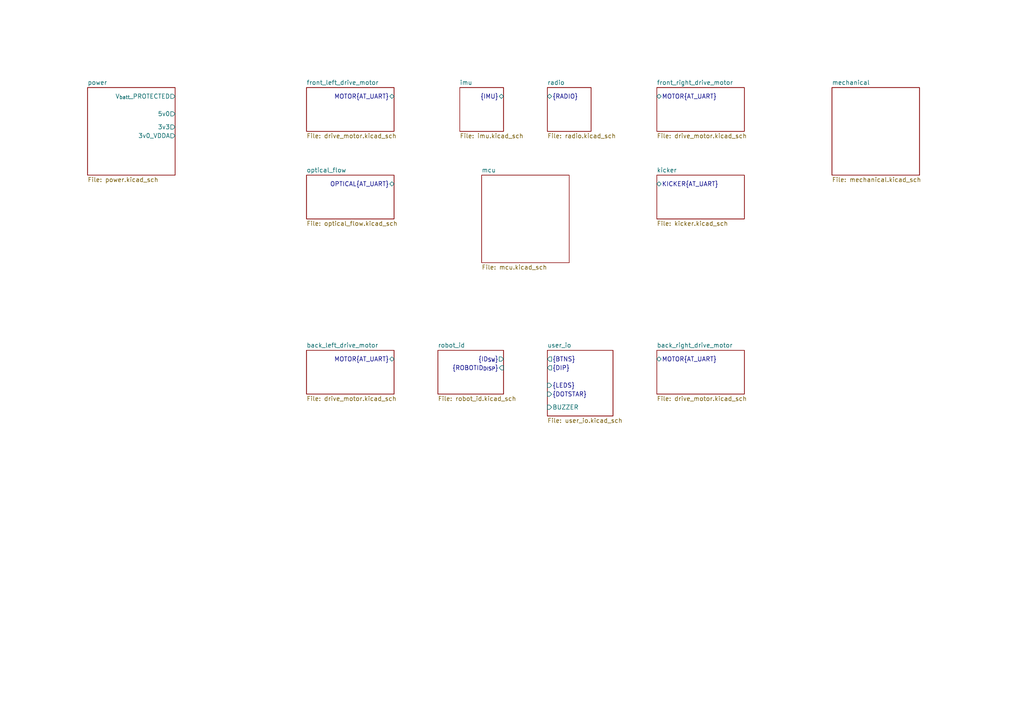
<source format=kicad_sch>
(kicad_sch
	(version 20231120)
	(generator "eeschema")
	(generator_version "8.0")
	(uuid "847d0bbe-37dc-4895-9fde-3757dcb8f4e8")
	(paper "A4")
	(title_block
		(title "Control")
		(date "2024-12-21")
		(rev "v3.0")
		(company "SSL A-Team")
		(comment 1 "Author: Will Stuckey")
	)
	(lib_symbols)
	(bus_alias "AT_UART"
		(members "TX" "RX" "CTS" "RTS" "BOOT0" "RST")
	)
	(bus_alias "DOTSTAR"
		(members "MOSI" "SCK")
	)
	(bus_alias "IMU"
		(members "~{SS}1" "~{SS}2" "~{SS}3" "MOSI" "MISO" "SCK" "INT1" "INT2" "~{DET}"
			"~{SS}0"
		)
	)
	(bus_alias "LEDS"
		(members "1" "2" "3" "4")
	)
	(bus_alias "RADIO"
		(members "~{RST}" "BOOT0" "TX" "RX" "CTS" "RTS" "~{DET}")
	)
	(sheet
		(at 190.5 101.6)
		(size 25.4 12.7)
		(fields_autoplaced yes)
		(stroke
			(width 0.1524)
			(type solid)
		)
		(fill
			(color 0 0 0 0.0000)
		)
		(uuid "094ebf11-4c7f-418e-bec0-1d3bfbd66b5f")
		(property "Sheetname" "back_right_drive_motor"
			(at 190.5 100.8884 0)
			(effects
				(font
					(size 1.27 1.27)
				)
				(justify left bottom)
			)
		)
		(property "Sheetfile" "drive_motor.kicad_sch"
			(at 190.5 114.8846 0)
			(effects
				(font
					(size 1.27 1.27)
				)
				(justify left top)
			)
		)
		(pin "MOTOR{AT_UART}" bidirectional
			(at 190.5 104.14 180)
			(effects
				(font
					(size 1.27 1.27)
				)
				(justify left)
			)
			(uuid "002721c6-4e44-49f5-b238-9ae8d3ca7c2a")
		)
		(instances
			(project "control"
				(path "/847d0bbe-37dc-4895-9fde-3757dcb8f4e8"
					(page "6")
				)
			)
		)
	)
	(sheet
		(at 190.5 25.4)
		(size 25.4 12.7)
		(fields_autoplaced yes)
		(stroke
			(width 0.1524)
			(type solid)
		)
		(fill
			(color 0 0 0 0.0000)
		)
		(uuid "215bdbb2-f8f5-4b00-bef9-057f1c66091d")
		(property "Sheetname" "front_right_drive_motor"
			(at 190.5 24.6884 0)
			(effects
				(font
					(size 1.27 1.27)
				)
				(justify left bottom)
			)
		)
		(property "Sheetfile" "drive_motor.kicad_sch"
			(at 190.5 38.6846 0)
			(effects
				(font
					(size 1.27 1.27)
				)
				(justify left top)
			)
		)
		(pin "MOTOR{AT_UART}" bidirectional
			(at 190.5 27.94 180)
			(effects
				(font
					(size 1.27 1.27)
				)
				(justify left)
			)
			(uuid "9f9c549d-883f-47e3-a129-9cf1b99ebb84")
		)
		(instances
			(project "control"
				(path "/847d0bbe-37dc-4895-9fde-3757dcb8f4e8"
					(page "3")
				)
			)
		)
	)
	(sheet
		(at 25.4 25.4)
		(size 25.4 25.4)
		(fields_autoplaced yes)
		(stroke
			(width 0.1524)
			(type solid)
		)
		(fill
			(color 0 0 0 0.0000)
		)
		(uuid "47185b2f-effb-4e6a-b4d6-0a2d0dfcdbc6")
		(property "Sheetname" "power"
			(at 25.4 24.6884 0)
			(effects
				(font
					(size 1.27 1.27)
				)
				(justify left bottom)
			)
		)
		(property "Sheetfile" "power.kicad_sch"
			(at 25.4 51.3846 0)
			(effects
				(font
					(size 1.27 1.27)
				)
				(justify left top)
			)
		)
		(pin "3v0_VDDA" output
			(at 50.8 39.37 0)
			(effects
				(font
					(size 1.27 1.27)
				)
				(justify right)
			)
			(uuid "c6c7491a-87ef-4d1d-9a2b-11da7eb5f99a")
		)
		(pin "3v3" output
			(at 50.8 36.83 0)
			(effects
				(font
					(size 1.27 1.27)
				)
				(justify right)
			)
			(uuid "1a911c77-f8f0-4a9a-9054-54dbb439930e")
		)
		(pin "5v0" output
			(at 50.8 33.02 0)
			(effects
				(font
					(size 1.27 1.27)
				)
				(justify right)
			)
			(uuid "f5036bdd-1b8e-449d-b7aa-dbbe98c2c6a1")
		)
		(pin "V_{batt}_PROTECTED" output
			(at 50.8 27.94 0)
			(effects
				(font
					(size 1.27 1.27)
				)
				(justify right)
			)
			(uuid "ba30e339-fc85-4665-9db9-e6d9573a0735")
		)
		(instances
			(project "control"
				(path "/847d0bbe-37dc-4895-9fde-3757dcb8f4e8"
					(page "11")
				)
			)
		)
	)
	(sheet
		(at 88.9 101.6)
		(size 25.4 12.7)
		(fields_autoplaced yes)
		(stroke
			(width 0.1524)
			(type solid)
		)
		(fill
			(color 0 0 0 0.0000)
		)
		(uuid "4e63cda1-7855-4b2b-bca0-d9e4c3dc9e26")
		(property "Sheetname" "back_left_drive_motor"
			(at 88.9 100.8884 0)
			(effects
				(font
					(size 1.27 1.27)
				)
				(justify left bottom)
			)
		)
		(property "Sheetfile" "drive_motor.kicad_sch"
			(at 88.9 114.8846 0)
			(effects
				(font
					(size 1.27 1.27)
				)
				(justify left top)
			)
		)
		(pin "MOTOR{AT_UART}" bidirectional
			(at 114.3 104.14 0)
			(effects
				(font
					(size 1.27 1.27)
				)
				(justify right)
			)
			(uuid "9bef87d2-ab07-4c00-9493-7c2b0fb5aa94")
		)
		(instances
			(project "control"
				(path "/847d0bbe-37dc-4895-9fde-3757dcb8f4e8"
					(page "7")
				)
			)
		)
	)
	(sheet
		(at 88.9 50.8)
		(size 25.4 12.7)
		(fields_autoplaced yes)
		(stroke
			(width 0.1524)
			(type solid)
		)
		(fill
			(color 0 0 0 0.0000)
		)
		(uuid "5a66aa10-d273-4a66-9c0b-55f92fb813c0")
		(property "Sheetname" "optical_flow"
			(at 88.9 50.0884 0)
			(effects
				(font
					(size 1.27 1.27)
				)
				(justify left bottom)
			)
		)
		(property "Sheetfile" "optical_flow.kicad_sch"
			(at 88.9 64.0846 0)
			(effects
				(font
					(size 1.27 1.27)
				)
				(justify left top)
			)
		)
		(pin "OPTICAL{AT_UART}" bidirectional
			(at 114.3 53.34 0)
			(effects
				(font
					(size 1.27 1.27)
				)
				(justify right)
			)
			(uuid "f28a5830-e460-4f07-b5c9-e7d715698d7b")
		)
		(instances
			(project "control"
				(path "/847d0bbe-37dc-4895-9fde-3757dcb8f4e8"
					(page "10")
				)
			)
		)
	)
	(sheet
		(at 133.35 25.4)
		(size 12.7 12.7)
		(fields_autoplaced yes)
		(stroke
			(width 0.1524)
			(type solid)
		)
		(fill
			(color 0 0 0 0.0000)
		)
		(uuid "69e9d423-5d43-4f6a-9490-973746c2ec4f")
		(property "Sheetname" "imu"
			(at 133.35 24.6884 0)
			(effects
				(font
					(size 1.27 1.27)
				)
				(justify left bottom)
			)
		)
		(property "Sheetfile" "imu.kicad_sch"
			(at 133.35 38.6846 0)
			(effects
				(font
					(size 1.27 1.27)
				)
				(justify left top)
			)
		)
		(pin "{IMU}" bidirectional
			(at 146.05 27.94 0)
			(effects
				(font
					(size 1.27 1.27)
				)
				(justify right)
			)
			(uuid "6be96458-8090-49cb-a6de-1d633beeb10d")
		)
		(instances
			(project "control"
				(path "/847d0bbe-37dc-4895-9fde-3757dcb8f4e8"
					(page "4")
				)
			)
		)
	)
	(sheet
		(at 241.3 25.4)
		(size 25.4 25.4)
		(fields_autoplaced yes)
		(stroke
			(width 0.1524)
			(type solid)
		)
		(fill
			(color 0 0 0 0.0000)
		)
		(uuid "9acf690d-87c3-4705-a3b0-e4743d3f2673")
		(property "Sheetname" "mechanical"
			(at 241.3 24.6884 0)
			(effects
				(font
					(size 1.27 1.27)
				)
				(justify left bottom)
			)
		)
		(property "Sheetfile" "mechanical.kicad_sch"
			(at 241.3 51.3846 0)
			(effects
				(font
					(size 1.27 1.27)
				)
				(justify left top)
			)
		)
		(instances
			(project "control"
				(path "/847d0bbe-37dc-4895-9fde-3757dcb8f4e8"
					(page "12")
				)
			)
		)
	)
	(sheet
		(at 139.7 50.8)
		(size 25.4 25.4)
		(fields_autoplaced yes)
		(stroke
			(width 0.1524)
			(type solid)
		)
		(fill
			(color 0 0 0 0.0000)
		)
		(uuid "aa6ae7b8-b080-439c-bac1-016699af5b15")
		(property "Sheetname" "mcu"
			(at 139.7 50.0884 0)
			(effects
				(font
					(size 1.27 1.27)
				)
				(justify left bottom)
			)
		)
		(property "Sheetfile" "mcu.kicad_sch"
			(at 139.7 76.7846 0)
			(effects
				(font
					(size 1.27 1.27)
				)
				(justify left top)
			)
		)
		(instances
			(project "control"
				(path "/847d0bbe-37dc-4895-9fde-3757dcb8f4e8"
					(page "2")
				)
			)
		)
	)
	(sheet
		(at 190.5 50.8)
		(size 25.4 12.7)
		(fields_autoplaced yes)
		(stroke
			(width 0.1524)
			(type solid)
		)
		(fill
			(color 0 0 0 0.0000)
		)
		(uuid "ab2297a5-2868-482e-b71f-6e1ed7d3cd9d")
		(property "Sheetname" "kicker"
			(at 190.5 50.0884 0)
			(effects
				(font
					(size 1.27 1.27)
				)
				(justify left bottom)
			)
		)
		(property "Sheetfile" "kicker.kicad_sch"
			(at 190.5 64.0846 0)
			(effects
				(font
					(size 1.27 1.27)
				)
				(justify left top)
			)
		)
		(pin "KICKER{AT_UART}" bidirectional
			(at 190.5 53.34 180)
			(effects
				(font
					(size 1.27 1.27)
				)
				(justify left)
			)
			(uuid "318ee8f8-7065-4f16-a03b-9dbcfde58c3f")
		)
		(instances
			(project "control"
				(path "/847d0bbe-37dc-4895-9fde-3757dcb8f4e8"
					(page "9")
				)
			)
		)
	)
	(sheet
		(at 158.75 101.6)
		(size 19.05 19.05)
		(fields_autoplaced yes)
		(stroke
			(width 0.1524)
			(type solid)
		)
		(fill
			(color 0 0 0 0.0000)
		)
		(uuid "af6fef33-e7df-46d4-8215-381c7984a1d6")
		(property "Sheetname" "user_io"
			(at 158.75 100.8884 0)
			(effects
				(font
					(size 1.27 1.27)
				)
				(justify left bottom)
			)
		)
		(property "Sheetfile" "user_io.kicad_sch"
			(at 158.75 121.2346 0)
			(effects
				(font
					(size 1.27 1.27)
				)
				(justify left top)
			)
		)
		(pin "{BTNS}" output
			(at 158.75 104.14 180)
			(effects
				(font
					(size 1.27 1.27)
				)
				(justify left)
			)
			(uuid "432d651e-5c1e-4600-bf2f-e2824fdc86d6")
		)
		(pin "BUZZER" input
			(at 158.75 118.11 180)
			(effects
				(font
					(size 1.27 1.27)
				)
				(justify left)
			)
			(uuid "e49ac504-44f9-41ea-923b-315a4ab3f67d")
		)
		(pin "{DIP}" output
			(at 158.75 106.68 180)
			(effects
				(font
					(size 1.27 1.27)
				)
				(justify left)
			)
			(uuid "a3774c4d-dcc2-48a2-beb4-a5f9cd9e5a34")
		)
		(pin "{LEDS}" input
			(at 158.75 111.76 180)
			(effects
				(font
					(size 1.27 1.27)
				)
				(justify left)
			)
			(uuid "e654f7a2-1d2f-4448-84ac-77dcd04ec415")
		)
		(pin "{DOTSTAR}" input
			(at 158.75 114.3 180)
			(effects
				(font
					(size 1.27 1.27)
				)
				(justify left)
			)
			(uuid "7aa2954f-7a51-4390-8aae-f51123a6cbcb")
		)
		(instances
			(project "control"
				(path "/847d0bbe-37dc-4895-9fde-3757dcb8f4e8"
					(page "14")
				)
			)
		)
	)
	(sheet
		(at 158.75 25.4)
		(size 12.7 12.7)
		(fields_autoplaced yes)
		(stroke
			(width 0.1524)
			(type solid)
		)
		(fill
			(color 0 0 0 0.0000)
		)
		(uuid "afb26760-b20a-4d90-b3ee-d9bb5cf37d03")
		(property "Sheetname" "radio"
			(at 158.75 24.6884 0)
			(effects
				(font
					(size 1.27 1.27)
				)
				(justify left bottom)
			)
		)
		(property "Sheetfile" "radio.kicad_sch"
			(at 158.75 38.6846 0)
			(effects
				(font
					(size 1.27 1.27)
				)
				(justify left top)
			)
		)
		(pin "{RADIO}" bidirectional
			(at 158.75 27.94 180)
			(effects
				(font
					(size 1.27 1.27)
				)
				(justify left)
			)
			(uuid "c19469e0-58a2-445f-836c-887c3c46506f")
		)
		(instances
			(project "control"
				(path "/847d0bbe-37dc-4895-9fde-3757dcb8f4e8"
					(page "5")
				)
			)
		)
	)
	(sheet
		(at 88.9 25.4)
		(size 25.4 12.7)
		(fields_autoplaced yes)
		(stroke
			(width 0.1524)
			(type solid)
		)
		(fill
			(color 0 0 0 0.0000)
		)
		(uuid "bc7fb5f6-0037-485a-9b6e-40f6e35dc214")
		(property "Sheetname" "front_left_drive_motor"
			(at 88.9 24.6884 0)
			(effects
				(font
					(size 1.27 1.27)
				)
				(justify left bottom)
			)
		)
		(property "Sheetfile" "drive_motor.kicad_sch"
			(at 88.9 38.6846 0)
			(effects
				(font
					(size 1.27 1.27)
				)
				(justify left top)
			)
		)
		(pin "MOTOR{AT_UART}" bidirectional
			(at 114.3 27.94 0)
			(effects
				(font
					(size 1.27 1.27)
				)
				(justify right)
			)
			(uuid "73ad33b1-a19f-4690-8c9b-0e4cdea2d400")
		)
		(instances
			(project "control"
				(path "/847d0bbe-37dc-4895-9fde-3757dcb8f4e8"
					(page "8")
				)
			)
		)
	)
	(sheet
		(at 127 101.6)
		(size 19.05 12.7)
		(fields_autoplaced yes)
		(stroke
			(width 0.1524)
			(type solid)
		)
		(fill
			(color 0 0 0 0.0000)
		)
		(uuid "bf23b5a2-8e38-4612-9e9c-16577faab1da")
		(property "Sheetname" "robot_id"
			(at 127 100.8884 0)
			(effects
				(font
					(size 1.27 1.27)
				)
				(justify left bottom)
			)
		)
		(property "Sheetfile" "robot_id.kicad_sch"
			(at 127 114.8846 0)
			(effects
				(font
					(size 1.27 1.27)
				)
				(justify left top)
			)
		)
		(pin "{ID_{SW}}" output
			(at 146.05 104.14 0)
			(effects
				(font
					(size 1.27 1.27)
				)
				(justify right)
			)
			(uuid "967cc8c9-1d3e-40ac-8566-0dfc5705ed57")
		)
		(pin "{ROBOTID_{DISP}}" input
			(at 146.05 106.68 0)
			(effects
				(font
					(size 1.27 1.27)
				)
				(justify right)
			)
			(uuid "d04ae305-960d-41b8-b2f4-503a97e4a0e1")
		)
		(instances
			(project "control"
				(path "/847d0bbe-37dc-4895-9fde-3757dcb8f4e8"
					(page "13")
				)
			)
		)
	)
	(sheet_instances
		(path "/"
			(page "1")
		)
	)
)

</source>
